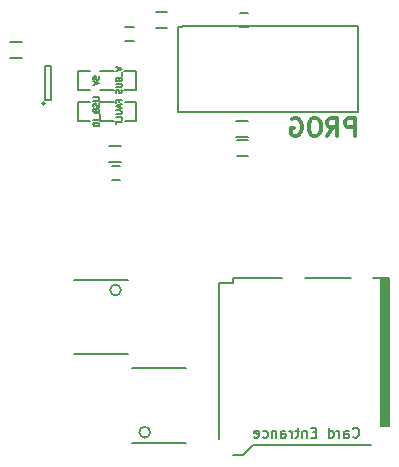
<source format=gbr>
G04 #@! TF.FileFunction,Legend,Bot*
%FSLAX46Y46*%
G04 Gerber Fmt 4.6, Leading zero omitted, Abs format (unit mm)*
G04 Created by KiCad (PCBNEW 4.0.0-rc2-stable) date 7/27/2016 7:09:46 AM*
%MOMM*%
G01*
G04 APERTURE LIST*
%ADD10C,0.100000*%
%ADD11C,0.300000*%
%ADD12C,0.200000*%
%ADD13C,0.150000*%
%ADD14C,0.177800*%
%ADD15C,0.152400*%
%ADD16C,0.127000*%
%ADD17C,0.203200*%
G04 APERTURE END LIST*
D10*
D11*
X154888571Y-94858571D02*
X154888571Y-93358571D01*
X154317143Y-93358571D01*
X154174285Y-93430000D01*
X154102857Y-93501429D01*
X154031428Y-93644286D01*
X154031428Y-93858571D01*
X154102857Y-94001429D01*
X154174285Y-94072857D01*
X154317143Y-94144286D01*
X154888571Y-94144286D01*
X152531428Y-94858571D02*
X153031428Y-94144286D01*
X153388571Y-94858571D02*
X153388571Y-93358571D01*
X152817143Y-93358571D01*
X152674285Y-93430000D01*
X152602857Y-93501429D01*
X152531428Y-93644286D01*
X152531428Y-93858571D01*
X152602857Y-94001429D01*
X152674285Y-94072857D01*
X152817143Y-94144286D01*
X153388571Y-94144286D01*
X151602857Y-93358571D02*
X151317143Y-93358571D01*
X151174285Y-93430000D01*
X151031428Y-93572857D01*
X150960000Y-93858571D01*
X150960000Y-94358571D01*
X151031428Y-94644286D01*
X151174285Y-94787143D01*
X151317143Y-94858571D01*
X151602857Y-94858571D01*
X151745714Y-94787143D01*
X151888571Y-94644286D01*
X151960000Y-94358571D01*
X151960000Y-93858571D01*
X151888571Y-93572857D01*
X151745714Y-93430000D01*
X151602857Y-93358571D01*
X149531428Y-93430000D02*
X149674285Y-93358571D01*
X149888571Y-93358571D01*
X150102856Y-93430000D01*
X150245714Y-93572857D01*
X150317142Y-93715714D01*
X150388571Y-94001429D01*
X150388571Y-94215714D01*
X150317142Y-94501429D01*
X150245714Y-94644286D01*
X150102856Y-94787143D01*
X149888571Y-94858571D01*
X149745714Y-94858571D01*
X149531428Y-94787143D01*
X149459999Y-94715714D01*
X149459999Y-94215714D01*
X149745714Y-94215714D01*
D12*
X140190000Y-85610000D02*
X140190000Y-85590000D01*
X139920000Y-85610000D02*
X140190000Y-85610000D01*
X139920000Y-92840000D02*
X139920000Y-85610000D01*
X155140000Y-92840000D02*
X139920000Y-92840000D01*
X155140000Y-92440000D02*
X155140000Y-92840000D01*
X155140000Y-85590000D02*
X155140000Y-92440000D01*
X140190000Y-85590000D02*
X155140000Y-85590000D01*
D13*
X134986760Y-97436060D02*
X134286760Y-97436060D01*
X134286760Y-98636060D02*
X134986760Y-98636060D01*
X136127220Y-85658080D02*
X135427220Y-85658080D01*
X135427220Y-86858080D02*
X136127220Y-86858080D01*
X145142720Y-85631260D02*
X145842720Y-85631260D01*
X145842720Y-84431260D02*
X145142720Y-84431260D01*
X125701420Y-88246260D02*
X126701420Y-88246260D01*
X126701420Y-86896260D02*
X125701420Y-86896260D01*
X135052940Y-95732920D02*
X134052940Y-95732920D01*
X134052940Y-97082920D02*
X135052940Y-97082920D01*
X145855560Y-95237620D02*
X144855560Y-95237620D01*
X144855560Y-96587620D02*
X145855560Y-96587620D01*
X145825080Y-93576460D02*
X144825080Y-93576460D01*
X144825080Y-94926460D02*
X145825080Y-94926460D01*
X138997560Y-84401980D02*
X137997560Y-84401980D01*
X137997560Y-85751980D02*
X138997560Y-85751980D01*
D14*
X134512300Y-92018800D02*
X133313420Y-92018800D01*
X134512300Y-93619000D02*
X133313420Y-93619000D01*
X136363960Y-93619000D02*
X136363960Y-92018800D01*
X136363960Y-92018800D02*
X135363200Y-92018800D01*
X136363960Y-93619000D02*
X135363200Y-93619000D01*
X131461760Y-93619000D02*
X132462520Y-93619000D01*
X131461760Y-93619000D02*
X131461760Y-92018800D01*
X131461760Y-92018800D02*
X132462520Y-92018800D01*
X134489440Y-89389900D02*
X133290560Y-89389900D01*
X134489440Y-90990100D02*
X133290560Y-90990100D01*
X136341100Y-90990100D02*
X136341100Y-89389900D01*
X136341100Y-89389900D02*
X135340340Y-89389900D01*
X136341100Y-90990100D02*
X135340340Y-90990100D01*
X131438900Y-90990100D02*
X132439660Y-90990100D01*
X131438900Y-90990100D02*
X131438900Y-89389900D01*
X131438900Y-89389900D02*
X132439660Y-89389900D01*
D15*
X140574620Y-114518360D02*
X136009020Y-114518360D01*
X136009020Y-120847560D02*
X140574620Y-120847560D01*
X137529820Y-119958560D02*
G75*
G03X137529820Y-119958560I-457200J0D01*
G01*
D14*
X157222440Y-106971780D02*
X157222440Y-119422860D01*
X157321500Y-119471120D02*
X157321500Y-106920980D01*
X157572960Y-106971780D02*
X157572960Y-119422860D01*
X157722820Y-106920980D02*
X157471360Y-106920980D01*
X157722820Y-119471120D02*
X157722820Y-106920980D01*
X157120840Y-119471120D02*
X157120840Y-106920980D01*
X157722820Y-119471120D02*
X157120840Y-119471120D01*
X144573240Y-106920980D02*
X144573240Y-107322300D01*
X143321020Y-120570940D02*
X143321020Y-107322300D01*
X143321020Y-107322300D02*
X144573240Y-107322300D01*
X156272480Y-121023060D02*
X146272500Y-121023060D01*
X146272500Y-121023060D02*
X145421600Y-121871420D01*
X145421600Y-121871420D02*
X144573240Y-121871420D01*
X148721060Y-106920980D02*
X144573240Y-106920980D01*
X154522420Y-106920980D02*
X150620980Y-106920980D01*
X157471360Y-106920980D02*
X156422340Y-106920980D01*
X157471360Y-119471120D02*
X157471360Y-106920980D01*
D13*
X128606520Y-92118600D02*
G75*
G03X128606520Y-92118600I-100000J0D01*
G01*
X129156520Y-91868600D02*
X128656520Y-91868600D01*
X129156520Y-88968600D02*
X129156520Y-91868600D01*
X128656520Y-88968600D02*
X129156520Y-88968600D01*
X128656520Y-91868600D02*
X128656520Y-88968600D01*
D15*
X131099200Y-113357100D02*
X135664800Y-113357100D01*
X135664800Y-107027900D02*
X131099200Y-107027900D01*
X135058400Y-107916900D02*
G75*
G03X135058400Y-107916900I-457200J0D01*
G01*
D16*
X132735510Y-91609376D02*
X133146748Y-91609376D01*
X133195129Y-91633567D01*
X133219319Y-91657757D01*
X133243510Y-91706138D01*
X133243510Y-91802900D01*
X133219319Y-91851281D01*
X133195129Y-91875472D01*
X133146748Y-91899662D01*
X132735510Y-91899662D01*
X133219319Y-92117376D02*
X133243510Y-92189947D01*
X133243510Y-92310900D01*
X133219319Y-92359281D01*
X133195129Y-92383471D01*
X133146748Y-92407662D01*
X133098367Y-92407662D01*
X133049986Y-92383471D01*
X133025795Y-92359281D01*
X133001605Y-92310900D01*
X132977414Y-92214138D01*
X132953224Y-92165757D01*
X132929033Y-92141566D01*
X132880652Y-92117376D01*
X132832271Y-92117376D01*
X132783890Y-92141566D01*
X132759700Y-92165757D01*
X132735510Y-92214138D01*
X132735510Y-92335090D01*
X132759700Y-92407662D01*
X132977414Y-92794710D02*
X133001605Y-92867281D01*
X133025795Y-92891472D01*
X133074176Y-92915662D01*
X133146748Y-92915662D01*
X133195129Y-92891472D01*
X133219319Y-92867281D01*
X133243510Y-92818900D01*
X133243510Y-92625376D01*
X132735510Y-92625376D01*
X132735510Y-92794710D01*
X132759700Y-92843091D01*
X132783890Y-92867281D01*
X132832271Y-92891472D01*
X132880652Y-92891472D01*
X132929033Y-92867281D01*
X132953224Y-92843091D01*
X132977414Y-92794710D01*
X132977414Y-92625376D01*
X133291890Y-93012424D02*
X133291890Y-93399472D01*
X133243510Y-93520424D02*
X132735510Y-93520424D01*
X133243510Y-93762329D02*
X132735510Y-93762329D01*
X132735510Y-93883282D01*
X132759700Y-93955853D01*
X132808081Y-94004234D01*
X132856462Y-94028425D01*
X132953224Y-94052615D01*
X133025795Y-94052615D01*
X133122557Y-94028425D01*
X133170938Y-94004234D01*
X133219319Y-93955853D01*
X133243510Y-93883282D01*
X133243510Y-93762329D01*
X134877334Y-92008519D02*
X134877334Y-91839185D01*
X135143430Y-91839185D02*
X134635430Y-91839185D01*
X134635430Y-92081090D01*
X134998287Y-92250424D02*
X134998287Y-92492329D01*
X135143430Y-92202043D02*
X134635430Y-92371376D01*
X135143430Y-92540710D01*
X134635430Y-92710043D02*
X135046668Y-92710043D01*
X135095049Y-92734234D01*
X135119239Y-92758424D01*
X135143430Y-92806805D01*
X135143430Y-92903567D01*
X135119239Y-92951948D01*
X135095049Y-92976139D01*
X135046668Y-93000329D01*
X134635430Y-93000329D01*
X135143430Y-93484138D02*
X135143430Y-93242233D01*
X134635430Y-93242233D01*
X134635430Y-93580900D02*
X134635430Y-93871186D01*
X135143430Y-93726043D02*
X134635430Y-93726043D01*
X132712650Y-90093238D02*
X132712650Y-89851333D01*
X132954554Y-89827143D01*
X132930364Y-89851333D01*
X132906173Y-89899714D01*
X132906173Y-90020667D01*
X132930364Y-90069048D01*
X132954554Y-90093238D01*
X133002935Y-90117429D01*
X133123888Y-90117429D01*
X133172269Y-90093238D01*
X133196459Y-90069048D01*
X133220650Y-90020667D01*
X133220650Y-89899714D01*
X133196459Y-89851333D01*
X133172269Y-89827143D01*
X132712650Y-90262572D02*
X133220650Y-90431905D01*
X132712650Y-90601239D01*
X134612570Y-89065143D02*
X135120570Y-89234476D01*
X134612570Y-89403810D01*
X135168950Y-89452191D02*
X135168950Y-89839239D01*
X134854474Y-90129525D02*
X134878665Y-90202096D01*
X134902855Y-90226287D01*
X134951236Y-90250477D01*
X135023808Y-90250477D01*
X135072189Y-90226287D01*
X135096379Y-90202096D01*
X135120570Y-90153715D01*
X135120570Y-89960191D01*
X134612570Y-89960191D01*
X134612570Y-90129525D01*
X134636760Y-90177906D01*
X134660950Y-90202096D01*
X134709331Y-90226287D01*
X134757712Y-90226287D01*
X134806093Y-90202096D01*
X134830284Y-90177906D01*
X134854474Y-90129525D01*
X134854474Y-89960191D01*
X134612570Y-90468191D02*
X135023808Y-90468191D01*
X135072189Y-90492382D01*
X135096379Y-90516572D01*
X135120570Y-90564953D01*
X135120570Y-90661715D01*
X135096379Y-90710096D01*
X135072189Y-90734287D01*
X135023808Y-90758477D01*
X134612570Y-90758477D01*
X135096379Y-90976191D02*
X135120570Y-91048762D01*
X135120570Y-91169715D01*
X135096379Y-91218096D01*
X135072189Y-91242286D01*
X135023808Y-91266477D01*
X134975427Y-91266477D01*
X134927046Y-91242286D01*
X134902855Y-91218096D01*
X134878665Y-91169715D01*
X134854474Y-91072953D01*
X134830284Y-91024572D01*
X134806093Y-91000381D01*
X134757712Y-90976191D01*
X134709331Y-90976191D01*
X134660950Y-91000381D01*
X134636760Y-91024572D01*
X134612570Y-91072953D01*
X134612570Y-91193905D01*
X134636760Y-91266477D01*
D17*
X154708323Y-120343429D02*
X154749447Y-120384552D01*
X154872818Y-120425676D01*
X154955066Y-120425676D01*
X155078438Y-120384552D01*
X155160685Y-120302305D01*
X155201809Y-120220057D01*
X155242933Y-120055562D01*
X155242933Y-119932190D01*
X155201809Y-119767695D01*
X155160685Y-119685448D01*
X155078438Y-119603200D01*
X154955066Y-119562076D01*
X154872818Y-119562076D01*
X154749447Y-119603200D01*
X154708323Y-119644324D01*
X153968095Y-120425676D02*
X153968095Y-119973314D01*
X154009218Y-119891067D01*
X154091466Y-119849943D01*
X154255961Y-119849943D01*
X154338209Y-119891067D01*
X153968095Y-120384552D02*
X154050342Y-120425676D01*
X154255961Y-120425676D01*
X154338209Y-120384552D01*
X154379333Y-120302305D01*
X154379333Y-120220057D01*
X154338209Y-120137810D01*
X154255961Y-120096686D01*
X154050342Y-120096686D01*
X153968095Y-120055562D01*
X153556857Y-120425676D02*
X153556857Y-119849943D01*
X153556857Y-120014438D02*
X153515733Y-119932190D01*
X153474609Y-119891067D01*
X153392362Y-119849943D01*
X153310114Y-119849943D01*
X152652133Y-120425676D02*
X152652133Y-119562076D01*
X152652133Y-120384552D02*
X152734380Y-120425676D01*
X152898876Y-120425676D01*
X152981123Y-120384552D01*
X153022247Y-120343429D01*
X153063371Y-120261181D01*
X153063371Y-120014438D01*
X153022247Y-119932190D01*
X152981123Y-119891067D01*
X152898876Y-119849943D01*
X152734380Y-119849943D01*
X152652133Y-119891067D01*
X151582914Y-119973314D02*
X151295047Y-119973314D01*
X151171676Y-120425676D02*
X151582914Y-120425676D01*
X151582914Y-119562076D01*
X151171676Y-119562076D01*
X150801562Y-119849943D02*
X150801562Y-120425676D01*
X150801562Y-119932190D02*
X150760438Y-119891067D01*
X150678191Y-119849943D01*
X150554819Y-119849943D01*
X150472571Y-119891067D01*
X150431448Y-119973314D01*
X150431448Y-120425676D01*
X150143581Y-119849943D02*
X149814591Y-119849943D01*
X150020210Y-119562076D02*
X150020210Y-120302305D01*
X149979086Y-120384552D01*
X149896839Y-120425676D01*
X149814591Y-120425676D01*
X149526724Y-120425676D02*
X149526724Y-119849943D01*
X149526724Y-120014438D02*
X149485600Y-119932190D01*
X149444476Y-119891067D01*
X149362229Y-119849943D01*
X149279981Y-119849943D01*
X148622000Y-120425676D02*
X148622000Y-119973314D01*
X148663123Y-119891067D01*
X148745371Y-119849943D01*
X148909866Y-119849943D01*
X148992114Y-119891067D01*
X148622000Y-120384552D02*
X148704247Y-120425676D01*
X148909866Y-120425676D01*
X148992114Y-120384552D01*
X149033238Y-120302305D01*
X149033238Y-120220057D01*
X148992114Y-120137810D01*
X148909866Y-120096686D01*
X148704247Y-120096686D01*
X148622000Y-120055562D01*
X148210762Y-119849943D02*
X148210762Y-120425676D01*
X148210762Y-119932190D02*
X148169638Y-119891067D01*
X148087391Y-119849943D01*
X147964019Y-119849943D01*
X147881771Y-119891067D01*
X147840648Y-119973314D01*
X147840648Y-120425676D01*
X147059296Y-120384552D02*
X147141543Y-120425676D01*
X147306039Y-120425676D01*
X147388286Y-120384552D01*
X147429410Y-120343429D01*
X147470534Y-120261181D01*
X147470534Y-120014438D01*
X147429410Y-119932190D01*
X147388286Y-119891067D01*
X147306039Y-119849943D01*
X147141543Y-119849943D01*
X147059296Y-119891067D01*
X146360190Y-120384552D02*
X146442438Y-120425676D01*
X146606933Y-120425676D01*
X146689181Y-120384552D01*
X146730305Y-120302305D01*
X146730305Y-119973314D01*
X146689181Y-119891067D01*
X146606933Y-119849943D01*
X146442438Y-119849943D01*
X146360190Y-119891067D01*
X146319067Y-119973314D01*
X146319067Y-120055562D01*
X146730305Y-120137810D01*
M02*

</source>
